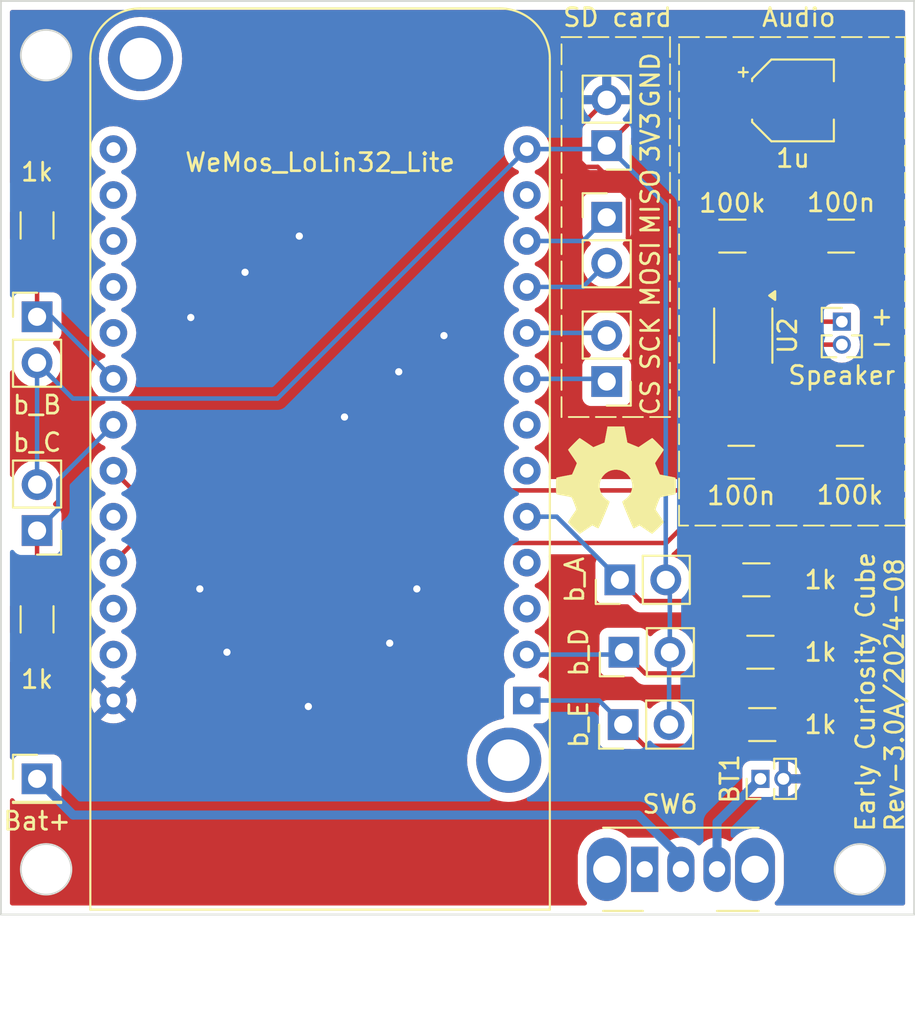
<source format=kicad_pcb>
(kicad_pcb (version 20240108) (generator "pcbnew") (generator_version "8.0")
  (title_block (comment 4 "AISLER Project ID: ZUUFTUKH"))
  (layers (0 "F.Cu" signal) (31 "B.Cu" signal) (34 "B.Paste" user) (35 "F.Paste" user) (36 "B.SilkS" user "B.Silkscreen") (37 "F.SilkS" user "F.Silkscreen") (38 "B.Mask" user) (39 "F.Mask" user) (44 "Edge.Cuts" user))
  (net 0 "")
  (net 1 "GND")
  (net 2 "Net-(BT1-+)")
  (net 3 "Net-(C1-Pad2)")
  (net 4 "Net-(U1-GPIO25)")
  (net 5 "Net-(C2-Pad2)")
  (net 6 "/3V3")
  (net 7 "/VCC")
  (net 8 "/SCK")
  (net 9 "/CS")
  (net 10 "/MOSI")
  (net 11 "/MISO")
  (net 12 "Net-(U2-OUT-)")
  (net 13 "Net-(U2-OUT+)")
  (net 14 "Net-(U1-GPIO04)")
  (net 15 "Net-(U1-GPIO13)")
  (net 16 "Net-(U1-GPIO15)")
  (net 17 "Net-(U1-GPIO33)")
  (net 18 "Net-(U1-GPIO32)")
  (net 19 "Net-(U2-IN+)")
  (net 20 "Net-(U2-IN-)")
  (net 34 "Net-(U1-GPIO27)")
  (footprint "Capacitor_SMD:CP_Elec_4x3.9" (layer "F.Cu") (at 156.8 88.5)
    (property "Reference" "C3" (hide yes))
    (property "Value" "1u" (at 0 3.2 0) (layer "F.SilkS"))
    (fp_line (start -3 -1.56) (end -2.5 -1.56) (stroke (width 0.12)) (layer "F.SilkS"))
    (fp_line (start -2.75 -1.81) (end -2.75 -1.31) (stroke (width 0.12)) (layer "F.SilkS"))
    (fp_line (start -2.26 -1.195563) (end -2.26 -1.06) (stroke (width 0.12)) (layer "F.SilkS"))
    (fp_line (start -2.26 -1.195563) (end -1.195563 -2.26) (stroke (width 0.12)) (layer "F.SilkS"))
    (fp_line (start -2.26 1.195563) (end -2.26 1.06) (stroke (width 0.12)) (layer "F.SilkS"))
    (fp_line (start -2.26 1.195563) (end -1.195563 2.26) (stroke (width 0.12)) (layer "F.SilkS"))
    (fp_line (start -1.195563 -2.26) (end 2.26 -2.26) (stroke (width 0.12)) (layer "F.SilkS"))
    (fp_line (start -1.195563 2.26) (end 2.26 2.26) (stroke (width 0.12)) (layer "F.SilkS"))
    (fp_line (start 2.26 -2.26) (end 2.26 -1.06) (stroke (width 0.12)) (layer "F.SilkS"))
    (fp_line (start 2.26 2.26) (end 2.26 1.06) (stroke (width 0.12)) (layer "F.SilkS"))
    (pad "1" smd roundrect (at -1.8 0) (size 2.6 1.6) (layers "F.Cu" "F.Paste" "F.Mask") (roundrect_rratio 0.15625) (net 6 "/3V3"))
    (pad "2" smd roundrect (at 1.8 0) (size 2.6 1.6) (layers "F.Cu" "F.Paste" "F.Mask") (roundrect_rratio 0.15625) (net 1 "GND"))
  )
  (footprint "Connector_PinHeader_2.54mm:PinHeader_1x02_P2.54mm_Vertical" (layer "F.Cu") (at 147.225 115 90)
    (property "Reference" "SW1" (hide yes))
    (property "Value" "b_A" (at 0 -2.5 90) (layer "F.SilkS"))
    (fp_line (start -1.33 -1.33) (end 0 -1.33) (stroke (width 0.12)) (layer "F.SilkS"))
    (fp_line (start -1.33 0) (end -1.33 -1.33) (stroke (width 0.12)) (layer "F.SilkS"))
    (fp_line (start 1.33 1.27) (end 1.33 3.87) (stroke (width 0.12)) (layer "F.SilkS"))
    (fp_line (start -1.33 1.27) (end 1.33 1.27) (stroke (width 0.12)) (layer "F.SilkS"))
    (fp_line (start -1.33 1.27) (end -1.33 3.87) (stroke (width 0.12)) (layer "F.SilkS"))
    (fp_line (start -1.33 3.87) (end 1.33 3.87) (stroke (width 0.12)) (layer "F.SilkS"))
    (pad "1" thru_hole rect (at 0 0 90) (size 1.7 1.7) (drill 1) (layers "*.Cu" "*.Mask") (net 14 "Net-(U1-GPIO04)"))
    (pad "2" thru_hole oval (at 0 2.54 90) (size 1.7 1.7) (drill 1) (layers "*.Cu" "*.Mask") (net 6 "/3V3"))
  )
  (footprint "Connector_PinHeader_2.54mm:PinHeader_1x02_P2.54mm_Vertical" (layer "F.Cu") (at 147.45 119 90)
    (property "Reference" "SW3" (hide yes))
    (property "Value" "b_D" (at 0 -2.5 90) (layer "F.SilkS"))
    (fp_line (start -1.33 -1.33) (end 0 -1.33) (stroke (width 0.12)) (layer "F.SilkS"))
    (fp_line (start -1.33 0) (end -1.33 -1.33) (stroke (width 0.12)) (layer "F.SilkS"))
    (fp_line (start 1.33 1.27) (end 1.33 3.87) (stroke (width 0.12)) (layer "F.SilkS"))
    (fp_line (start -1.33 1.27) (end 1.33 1.27) (stroke (width 0.12)) (layer "F.SilkS"))
    (fp_line (start -1.33 1.27) (end -1.33 3.87) (stroke (width 0.12)) (layer "F.SilkS"))
    (fp_line (start -1.33 3.87) (end 1.33 3.87) (stroke (width 0.12)) (layer "F.SilkS"))
    (pad "1" thru_hole rect (at 0 0 90) (size 1.7 1.7) (drill 1) (layers "*.Cu" "*.Mask") (net 16 "Net-(U1-GPIO15)"))
    (pad "2" thru_hole oval (at 0 2.54 90) (size 1.7 1.7) (drill 1) (layers "*.Cu" "*.Mask") (net 6 "/3V3"))
  )
  (footprint "LOLIN32 Lite:WEMOS_LoLin32_Lite" (layer "F.Cu") (at 142.08 121.67)
    (property "Reference" "U1" (hide yes))
    (property "Value" "WeMos_LoLin32_Lite" (at -11.43 -29.74 0) (layer "F.SilkS"))
    (fp_line (start -24.135 11.56) (end -24.135 -35.48) (stroke (width 0.12)) (layer "F.SilkS"))
    (fp_line (start -21.36 -38.255) (end -1.5 -38.255) (stroke (width 0.12)) (layer "F.SilkS"))
    (fp_line (start 1.275 -35.48) (end 1.275 11.56) (stroke (width 0.12)) (layer "F.SilkS"))
    (fp_line (start 1.275 11.56) (end -24.135 11.56) (stroke (width 0.12)) (layer "F.SilkS"))
    (fp_arc (start -24.135 -35.48) (mid -23.322221 -37.442221) (end -21.36 -38.255) (stroke (width 0.12)) (layer "F.SilkS"))
    (fp_arc (start -1.5 -38.255) (mid 0.462221 -37.442221) (end 1.275 -35.48) (stroke (width 0.12)) (layer "F.SilkS"))
    (pad "" np_thru_hole circle (at -21.36 -35.48) (size 3.6 3.6) (drill 2.3) (layers "F&B.Cu" "*.Mask"))
    (pad "" np_thru_hole circle (at -1 3.3) (size 3.6 3.6) (drill 2.3) (layers "F&B.Cu" "*.Mask"))
    (pad "1" thru_hole rect (at 0 0) (size 1.524 1.524) (drill 0.762) (layers "*.Cu" "*.Mask") (net 15 "Net-(U1-GPIO13)"))
    (pad "2" thru_hole circle (at 0 -2.54) (size 1.524 1.524) (drill 0.762) (layers "*.Cu" "*.Mask") (net 16 "Net-(U1-GPIO15)"))
    (pad "3" thru_hole circle (at 0 -5.08) (size 1.524 1.524) (drill 0.762) (layers "*.Cu" "*.Mask"))
    (pad "4" thru_hole circle (at 0 -7.62) (size 1.524 1.524) (drill 0.762) (layers "*.Cu" "*.Mask"))
    (pad "5" thru_hole circle (at 0 -10.16) (size 1.524 1.524) (drill 0.762) (layers "*.Cu" "*.Mask") (net 14 "Net-(U1-GPIO04)"))
    (pad "6" thru_hole circle (at 0 -12.7) (size 1.524 1.524) (drill 0.762) (layers "*.Cu" "*.Mask"))
    (pad "7" thru_hole circle (at 0 -15.24) (size 1.524 1.524) (drill 0.762) (layers "*.Cu" "*.Mask"))
    (pad "8" thru_hole circle (at 0 -17.78) (size 1.524 1.524) (drill 0.762) (layers "*.Cu" "*.Mask") (net 9 "/CS"))
    (pad "9" thru_hole circle (at 0 -20.32) (size 1.524 1.524) (drill 0.762) (layers "*.Cu" "*.Mask") (net 8 "/SCK"))
    (pad "10" thru_hole circle (at 0 -22.86) (size 1.524 1.524) (drill 0.762) (layers "*.Cu" "*.Mask") (net 10 "/MOSI"))
    (pad "11" thru_hole circle (at 0 -25.4) (size 1.524 1.524) (drill 0.762) (layers "*.Cu" "*.Mask") (net 11 "/MISO"))
    (pad "12" thru_hole circle (at 0 -27.94) (size 1.524 1.524) (drill 0.762) (layers "*.Cu" "*.Mask"))
    (pad "13" thru_hole circle (at 0 -30.48) (size 1.524 1.524) (drill 0.762) (layers "*.Cu" "*.Mask") (net 6 "/3V3"))
    (pad "14" thru_hole circle (at -22.86 -30.48) (size 1.524 1.524) (drill 0.762) (layers "*.Cu" "*.Mask"))
    (pad "15" thru_hole circle (at -22.86 -27.94) (size 1.524 1.524) (drill 0.762) (layers "*.Cu" "*.Mask"))
    (pad "16" thru_hole circle (at -22.86 -25.4) (size 1.524 1.524) (drill 0.762) (layers "*.Cu" "*.Mask"))
    (pad "17" thru_hole circle (at -22.86 -22.86) (size 1.524 1.524) (drill 0.762) (layers "*.Cu" "*.Mask"))
    (pad "18" thru_hole circle (at -22.86 -20.32) (size 1.524 1.524) (drill 0.762) (layers "*.Cu" "*.Mask"))
    (pad "19" thru_hole circle (at -22.86 -17.78) (size 1.524 1.524) (drill 0.762) (layers "*.Cu" "*.Mask") (net 18 "Net-(U1-GPIO32)"))
    (pad "20" thru_hole circle (at -22.86 -15.24) (size 1.524 1.524) (drill 0.762) (layers "*.Cu" "*.Mask") (net 17 "Net-(U1-GPIO33)"))
    (pad "21" thru_hole circle (at -22.86 -12.7) (size 1.524 1.524) (drill 0.762) (layers "*.Cu" "*.Mask") (net 4 "Net-(U1-GPIO25)"))
    (pad "22" thru_hole circle (at -22.86 -10.16) (size 1.524 1.524) (drill 0.762) (layers "*.Cu" "*.Mask"))
    (pad "23" thru_hole circle (at -22.86 -7.62) (size 1.524 1.524) (drill 0.762) (layers "*.Cu" "*.Mask") (net 34 "Net-(U1-GPIO27)"))
    (pad "24" thru_hole circle (at -22.86 -5.08) (size 1.524 1.524) (drill 0.762) (layers "*.Cu" "*.Mask"))
    (pad "25" thru_hole circle (at -22.86 -2.54) (size 1.524 1.524) (drill 0.762) (layers "*.Cu" "*.Mask"))
    (pad "26" thru_hole circle (at -22.86 0) (size 1.524 1.524) (drill 0.762) (layers "*.Cu" "*.Mask") (net 1 "GND"))
  )
  (footprint "Resistor_SMD:R_1206_3216Metric_Pad1.30x1.75mm_HandSolder" (layer "F.Cu") (at 155 119 180)
    (property "Reference" "R3" (hide yes))
    (property "Value" "1k" (at -3.325 0 0) (layer "F.SilkS"))
    (fp_line (start -0.727064 0.91) (end 0.727064 0.91) (stroke (width 0.12)) (layer "F.SilkS"))
    (fp_line (start -0.727064 -0.91) (end 0.727064 -0.91) (stroke (width 0.12)) (layer "F.SilkS"))
    (pad "1" smd roundrect (at -1.55 0 180) (size 1.3 1.75) (layers "F.Cu" "F.Paste" "F.Mask") (roundrect_rratio 0.192308) (net 1 "GND"))
    (pad "2" smd roundrect (at 1.55 0 180) (size 1.3 1.75) (layers "F.Cu" "F.Paste" "F.Mask") (roundrect_rratio 0.192308) (net 16 "Net-(U1-GPIO15)"))
  )
  (footprint "Resistor_SMD:R_1206_3216Metric_Pad1.30x1.75mm_HandSolder" (layer "F.Cu") (at 115 95.41 -90)
    (property "Reference" "R5" (hide yes))
    (property "Value" "1k" (at -2.95 0 180) (layer "F.SilkS"))
    (fp_line (start -0.727064 0.91) (end 0.727064 0.91) (stroke (width 0.12)) (layer "F.SilkS"))
    (fp_line (start -0.727064 -0.91) (end 0.727064 -0.91) (stroke (width 0.12)) (layer "F.SilkS"))
    (pad "1" smd roundrect (at -1.55 0 270) (size 1.3 1.75) (layers "F.Cu" "F.Paste" "F.Mask") (roundrect_rratio 0.192308) (net 1 "GND"))
    (pad "2" smd roundrect (at 1.55 0 270) (size 1.3 1.75) (layers "F.Cu" "F.Paste" "F.Mask") (roundrect_rratio 0.192308) (net 18 "Net-(U1-GPIO32)"))
  )
  (footprint "Connector_PinHeader_2.54mm:PinHeader_1x02_P2.54mm_Vertical" (layer "F.Cu") (at 115 112.275 180)
    (property "Reference" "SW4" (hide yes))
    (property "Value" "b_C" (at 0 4.87 0) (layer "F.SilkS"))
    (fp_line (start 1.33 1.27) (end 1.33 3.87) (stroke (width 0.12)) (layer "F.SilkS"))
    (fp_line (start -1.33 3.87) (end 1.33 3.87) (stroke (width 0.12)) (layer "F.SilkS"))
    (fp_line (start -1.33 1.27) (end 1.33 1.27) (stroke (width 0.12)) (layer "F.SilkS"))
    (fp_line (start -1.33 1.27) (end -1.33 3.87) (stroke (width 0.12)) (layer "F.SilkS"))
    (fp_line (start -1.33 0) (end -1.33 -1.33) (stroke (width 0.12)) (layer "F.SilkS"))
    (fp_line (start -1.33 -1.33) (end 0 -1.33) (stroke (width 0.12)) (layer "F.SilkS"))
    (pad "1" thru_hole rect (at 0 0 180) (size 1.7 1.7) (drill 1) (layers "*.Cu" "*.Mask") (net 17 "Net-(U1-GPIO33)"))
    (pad "2" thru_hole oval (at 0 2.54 180) (size 1.7 1.7) (drill 1) (layers "*.Cu" "*.Mask") (net 6 "/3V3"))
  )
  (footprint "Symbol:OSHW-Symbol_6.7x6mm_SilkScreen" (layer "F.Cu") (at 147 109.5)
    (property "Reference" "REF**" (hide yes))
    (property "Value" "OSHW-Symbol_6.7x6mm_SilkScreen" (hide yes))
    (fp_poly (pts (xy 0.555814 -2.531069) (xy 0.639635 -2.086445) (xy 0.94892 -1.958947) (xy 1.258206 -1.831449) (xy 1.629246 -2.083754) (xy 1.733157 -2.154004) (xy 1.827087 -2.216728) (xy 1.906652 -2.269062) (xy 1.96747 -2.308143) (xy 2.005157 -2.331107) (xy 2.015421 -2.336058) (xy 2.03391 -2.323324) (xy 2.07342 -2.288118) (xy 2.129522 -2.234938) (xy 2.197787 -2.168282) (xy 2.273786 -2.092646) (xy 2.353092 -2.012528) (xy 2.431275 -1.932426) (xy 2.503907 -1.856836) (xy 2.566559 -1.790255) (xy 2.614803 -1.737182) (xy 2.64421 -1.702113) (xy 2.651241 -1.690377) (xy 2.641123 -1.66874) (xy 2.612759 -1.621338) (xy 2.569129 -1.552807) (xy 2.513218 -1.467785) (xy 2.448006 -1.370907) (xy 2.410219 -1.31565) (xy 2.341343 -1.214752) (xy 2.28014 -1.123701) (xy 2.229578 -1.04703) (xy 2.192628 -0.989272) (xy 2.172258 -0.954957) (xy 2.169197 -0.947746) (xy 2.176136 -0.927252) (xy 2.195051 -0.879487) (xy 2.223087 -0.811168) (xy 2.257391 -0.729011) (xy 2.295109 -0.63973) (xy 2.333387 -0.550042) (xy 2.36937 -0.466662) (xy 2.400206 -0.396306) (xy 2.423039 -0.34569) (xy 2.435017 -0.321529) (xy 2.435724 -0.320578) (xy 2.454531 -0.315964) (xy 2.504618 -0.305672) (xy 2.580793 -0.290713) (xy 2.677865 -0.272099) (xy 2.790643 -0.250841) (xy 2.856442 -0.238582) (xy 2.97695 -0.215638) (xy 3.085797 -0.193805) (xy 3.177476 -0.174278) (xy 3.246481 -0.158252) (xy 3.287304 -0.146921) (xy 3.295511 -0.143326) (xy 3.303548 -0.118994) (xy 3.310033 -0.064041) (xy 3.31497 0.015108) (xy 3.318364 0.112026) (xy 3.320218 0.220287) (xy 3.320538 0.333465) (xy 3.319327 0.445135) (xy 3.31659 0.548868) (xy 3.312331 0.638241) (xy 3.306555 0.706826) (xy 3.299267 0.748197) (xy 3.294895 0.75681) (xy 3.268764 0.767133) (xy 3.213393 0.781892) (xy 3.136107 0.799352) (xy 3.04423 0.81778) (xy 3.012158 0.823741) (xy 2.857524 0.852066) (xy 2.735375 0.874876) (xy 2.641673 0.89308) (xy 2.572384 0.907583) (xy 2.523471 0.919292) (xy 2.490897 0.929115) (xy 2.470628 0.937956) (xy 2.458626 0.946724) (xy 2.456947 0.948457) (xy 2.440184 0.976371) (xy 2.414614 1.030695) (xy 2.382788 1.104777) (xy 2.34726 1.191965) (xy 2.310583 1.285608) (xy 2.275311 1.379052) (xy 2.243996 1.465647) (xy 2.219193 1.53874) (xy 2.203454 1.591678) (xy 2.199332 1.617811) (xy 2.199676 1.618726) (xy 2.213641 1.640086) (xy 2.245322 1.687084) (xy 2.291391 1.754827) (xy 2.348518 1.838423) (xy 2.413373 1.932982) (xy 2.431843 1.959854) (xy 2.497699 2.057275) (xy 2.55565 2.146163) (xy 2.602538 2.221412) (xy 2.635207 2.27792) (xy 2.6505 2.310581) (xy 2.651241 2.314593) (xy 2.638392 2.335684) (xy 2.602888 2.377464) (xy 2.549293 2.435445) (xy 2.482171 2.505135) (xy 2.406087 2.582045) (xy 2.325604 2.661683) (xy 2.245287 2.739561) (xy 2.169699 2.811186) (xy 2.103405 2.87207) (xy 2.050969 2.917721) (xy 2.016955 2.94365) (xy 2.007545 2.947883) (xy 1.985643 2.937912) (xy 1.9408 2.91102) (xy 1.880321 2.871736) (xy 1.833789 2.840117) (xy 1.749475 2.782098) (xy 1.649626 2.713784) (xy 1.549473 2.645579) (xy 1.495627 2.609075) (xy 1.313371 2.4858) (xy 1.160381 2.56852) (xy 1.090682 2.604759) (xy 1.031414 2.632926) (xy 0.991311 2.648991) (xy 0.981103 2.651226) (xy 0.968829 2.634722) (xy 0.944613 2.588082) (xy 0.910263 2.515609) (xy 0.867588 2.421606) (xy 0.818394 2.310374) (xy 0.76449 2.186215) (xy 0.707684 2.053432) (xy 0.649782 1.916327) (xy 0.592593 1.779202) (xy 0.537924 1.646358) (xy 0.487584 1.522098) (xy 0.44338 1.410725) (xy 0.407119 1.316539) (xy 0.380609 1.243844) (xy 0.365658 1.196941) (xy 0.363254 1.180833) (xy 0.382311 1.160286) (xy 0.424036 1.126933) (xy 0.479706 1.087702) (xy 0.484378 1.084599) (xy 0.628264 0.969423) (xy 0.744283 0.835053) (xy 0.83143 0.685784) (xy 0.888699 0.525913) (xy 0.915086 0.359737) (xy 0.909585 0.191552) (xy 0.87119 0.025655) (xy 0.798895 -0.133658) (xy 0.777626 -0.168513) (xy 0.666996 -0.309263) (xy 0.536302 -0.422286) (xy 0.390064 -0.506997) (xy 0.232808 -0.562806) (xy 0.069057 -0.589126) (xy -0.096667 -0.58537) (xy -0.259838 -0.55095) (xy -0.415935 -0.485277) (xy -0.560433 -0.387765) (xy -0.605131 -0.348187) (xy -0.718888 -0.224297) (xy -0.801782 -0.093876) (xy -0.858644 0.052315) (xy -0.890313 0.197088) (xy -0.898131 0.35986) (xy -0.872062 0.52344) (xy -0.814755 0.682298) (xy -0.728856 0.830906) (xy -0.617014 0.963735) (xy -0.481877 1.075256) (xy -0.464117 1.087011) (xy -0.40785 1.125508) (xy -0.365077 1.158863) (xy -0.344628 1.18016) (xy -0.344331 1.180833) (xy -0.348721 1.203871) (xy -0.366124 1.256157) (xy -0.394732 1.33339) (xy -0.432735 1.431268) (xy -0.478326 1.545491) (xy -0.529697 1.671758) (xy -0.585038 1.805767) (xy -0.642542 1.943218) (xy -0.700399 2.079808) (xy -0.756802 2.211237) (xy -0.809942 2.333205) (xy -0.85801 2.441409) (xy -0.899199 2.531549) (xy -0.931699 2.599323) (xy -0.953703 2.64043) (xy -0.962564 2.651226) (xy -0.98964 2.642819) (xy -1.040303 2.620272) (xy -1.105817 2.587613) (xy -1.141841 2.56852) (xy -1.294832 2.4858) (xy -1.477088 2.609075) (xy -1.570125 2.672228) (xy -1.671985 2.741727) (xy -1.767438 2.807165) (xy -1.81525 2.840117) (xy -1.882495 2.885273) (xy -1.939436 2.921057) (xy -1.978646 2.942938) (xy -1.991381 2.947563) (xy -2.009917 2.935085) (xy -2.050941 2.900252) (xy -2.110475 2.846678) (xy -2.184542 2.777983) (xy -2.269165 2.697781) (xy -2.322685 2.646286) (xy -2.416319 2.554286) (xy -2.497241 2.471999) (xy -2.562177 2.402945) (xy -2.607858 2.350644) (xy -2.631011 2.318616) (xy -2.633232 2.312116) (xy -2.622924 2.287394) (xy -2.594439 2.237405) (xy -2.550937 2.167212) (xy -2.495577 2.081875) (xy -2.43152 1.986456) (xy -2.413303 1.959854) (xy -2.346927 1.863167) (xy -2.287378 1.776117) (xy -2.237984 1.703595) (xy -2.202075 1.650493) (xy -2.182981 1.621703) (xy -2.181136 1.618726) (xy -2.183895 1.595782) (xy -2.198538 1.545336) (xy -2.222513 1.474041) (xy -2.253266 1.388547) (xy -2.288244 1.295507) (xy -2.324893 1.201574) (xy -2.360661 1.113399) (xy -2.392994 1.037634) (xy -2.419338 0.980931) (xy -2.437142 0.949943) (xy -2.438407 0.948457) (xy -2.449294 0.939601) (xy -2.467682 0.930843) (xy -2.497606 0.921277) (xy -2.543103 0.909996) (xy -2.608209 0.896093) (xy -2.696961 0.878663) (xy -2.813393 0.856798) (xy -2.961542 0.829591) (xy -2.993618 0.823741) (xy -3.088686 0.805374) (xy -3.171565 0.787405) (xy -3.23493 0.771569) (xy -3.271458 0.7596) (xy -3.276356 0.75681) (xy -3.284427 0.732072) (xy -3.290987 0.67679) (xy -3.296033 0.597389) (xy -3.299559 0.500296) (xy -3.301561 0.391938) (xy -3.302036 0.27874) (xy -3.300977 0.167128) (xy -3.298382 0.063529) (xy -3.294246 -0.025632) (xy -3.288563 -0.093928) (xy -3.281331 -0.134934) (xy -3.276971 -0.143326) (xy -3.252698 -0.151792) (xy -3.197426 -0.165565) (xy -3.116662 -0.18345) (xy -3.015912 -0.204252) (xy -2.900683 -0.226777) (xy -2.837902 -0.238582) (xy -2.718787 -0.260849) (xy -2.612565 -0.281021) (xy -2.524427 -0.298085) (xy -2.459566 -0.311031) (xy -2.423174 -0.318845) (xy -2.417184 -0.320578) (xy -2.407061 -0.34011) (xy -2.385662 -0.387157) (xy -2.355839 -0.454997) (xy -2.320445 -0.536909) (xy -2.282332 -0.626172) (xy -2.244353 -0.716065) (xy -2.20936 -0.799865) (xy -2.180206 -0.870853) (xy -2.159743 -0.922306) (xy -2.150823 -0.947503) (xy -2.150657 -0.948604) (xy -2.160769 -0.968481) (xy -2.189117 -1.014223) (xy -2.232723 -1.081283) (xy -2.288606 -1.165116) (xy -2.353787 -1.261174) (xy -2.391679 -1.31635) (xy -2.460725 -1.417519) (xy -2.52205 -1.50937) (xy -2.572663 -1.587256) (xy -2.609571 -1.646531) (xy -2.629782 -1.682549) (xy -2.632701 -1.690623) (xy -2.620153 -1.709416) (xy -2.585463 -1.749543) (xy -2.533063 -1.806507) (xy -2.467384 -1.875815) (xy -2.392856 -1.952969) (xy -2.313913 -2.033475) (xy -2.234983 -2.112837) (xy -2.1605 -2.18656) (xy -2.094894 -2.250148) (xy -2.042596 -2.299106) (xy -2.008039 -2.328939) (xy -1.996478 -2.336058) (xy -1.977654 -2.326047) (xy -1.932631 -2.297922) (xy -1.865787 -2.254546) (xy -1.781499 -2.198782) (xy -1.684144 -2.133494) (xy -1.610707 -2.083754) (xy -1.239667 -1.831449) (xy -0.621095 -2.086445) (xy -0.537275 -2.531069) (xy -0.453454 -2.975693) (xy 0.471994 -2.975693) (xy 0.555814 -2.531069)) (stroke (width 0.01)) (fill solid) (layer "F.SilkS"))
  )
  (footprint "Resistor_SMD:R_1206_3216Metric_Pad1.30x1.75mm_HandSolder" (layer "F.Cu") (at 153.45 96 180)
    (property "Reference" "R7" (hide yes))
    (property "Value" "100k" (at 0 1.82 0) (layer "F.SilkS"))
    (fp_line (start -0.727064 0.91) (end 0.727064 0.91) (stroke (width 0.12)) (layer "F.SilkS"))
    (fp_line (start -0.727064 -0.91) (end 0.727064 -0.91) (stroke (width 0.12)) (layer "F.SilkS"))
    (pad "1" smd roundrect (at -1.55 0 180) (size 1.3 1.75) (layers "F.Cu" "F.Paste" "F.Mask") (roundrect_rratio 0.192308) (net 5 "Net-(C2-Pad2)"))
    (pad "2" smd roundrect (at 1.55 0 180) (size 1.3 1.75) (layers "F.Cu" "F.Paste" "F.Mask") (roundrect_rratio 0.192308) (net 20 "Net-(U2-IN-)"))
  )
  (footprint "Resistor_SMD:R_1206_3216Metric_Pad1.30x1.75mm_HandSolder" (layer "F.Cu") (at 154.775 115 180)
    (property "Reference" "R1" (hide yes))
    (property "Value" "1k" (at -3.55 0 0) (layer "F.SilkS"))
    (fp_line (start -0.727064 0.91) (end 0.727064 0.91) (stroke (width 0.12)) (layer "F.SilkS"))
    (fp_line (start -0.727064 -0.91) (end 0.727064 -0.91) (stroke (width 0.12)) (layer "F.SilkS"))
    (pad "1" smd roundrect (at -1.55 0 180) (size 1.3 1.75) (layers "F.Cu" "F.Paste" "F.Mask") (roundrect_rratio 0.192308) (net 1 "GND"))
    (pad "2" smd roundrect (at 1.55 0 180) (size 1.3 1.75) (layers "F.Cu" "F.Paste" "F.Mask") (roundrect_rratio 0.192308) (net 14 "Net-(U1-GPIO04)"))
  )
  (footprint "Resistor_SMD:R_1206_3216Metric_Pad1.30x1.75mm_HandSolder" (layer "F.Cu") (at 159.95 108.5)
    (property "Reference" "R6" (hide yes))
    (property "Value" "100k" (at 0 1.82 0) (layer "F.SilkS"))
    (fp_line (start -0.727064 -0.91) (end 0.727064 -0.91) (stroke (width 0.12)) (layer "F.SilkS"))
    (fp_line (start -0.727064 0.91) (end 0.727064 0.91) (stroke (width 0.12)) (layer "F.SilkS"))
    (pad "1" smd roundrect (at -1.55 0) (size 1.3 1.75) (layers "F.Cu" "F.Paste" "F.Mask") (roundrect_rratio 0.192308) (net 3 "Net-(C1-Pad2)"))
    (pad "2" smd roundrect (at 1.55 0) (size 1.3 1.75) (layers "F.Cu" "F.Paste" "F.Mask") (roundrect_rratio 0.192308) (net 19 "Net-(U2-IN+)"))
  )
  (footprint "Connector_PinHeader_2.54mm:PinHeader_1x02_P2.54mm_Vertical" (layer "F.Cu") (at 115 100.46)
    (property "Reference" "SW5" (hide yes))
    (property "Value" "b_B" (at 0 4.87 0) (layer "F.SilkS"))
    (fp_line (start -1.33 -1.33) (end 0 -1.33) (stroke (width 0.12)) (layer "F.SilkS"))
    (fp_line (start -1.33 0) (end -1.33 -1.33) (stroke (width 0.12)) (layer "F.SilkS"))
    (fp_line (start -1.33 1.27) (end -1.33 3.87) (stroke (width 0.12)) (layer "F.SilkS"))
    (fp_line (start -1.33 1.27) (end 1.33 1.27) (stroke (width 0.12)) (layer "F.SilkS"))
    (fp_line (start -1.33 3.87) (end 1.33 3.87) (stroke (width 0.12)) (layer "F.SilkS"))
    (fp_line (start 1.33 1.27) (end 1.33 3.87) (stroke (width 0.12)) (layer "F.SilkS"))
    (pad "1" thru_hole rect (at 0 0) (size 1.7 1.7) (drill 1) (layers "*.Cu" "*.Mask") (net 18 "Net-(U1-GPIO32)"))
    (pad "2" thru_hole oval (at 0 2.54) (size 1.7 1.7) (drill 1) (layers "*.Cu" "*.Mask") (net 6 "/3V3"))
  )
  (footprint "Connector_PinHeader_2.54mm:PinHeader_1x01_P2.54mm_Vertical" (layer "F.Cu") (at 115 126)
    (property "Reference" "J1" (hide yes))
    (property "Value" "Bat+" (at 0 2.33 0) (layer "F.SilkS"))
    (fp_line (start -1.33 -1.33) (end 0 -1.33) (stroke (width 0.12)) (layer "F.SilkS"))
    (fp_line (start -1.33 0) (end -1.33 -1.33) (stroke (width 0.12)) (layer "F.SilkS"))
    (fp_line (start -1.33 1.27) (end -1.33 1.33) (stroke (width 0.12)) (layer "F.SilkS"))
    (fp_line (start -1.33 1.27) (end 1.33 1.27) (stroke (width 0.12)) (layer "F.SilkS"))
    (fp_line (start -1.33 1.33) (end 1.33 1.33) (stroke (width 0.12)) (layer "F.SilkS"))
    (fp_line (start 1.33 1.27) (end 1.33 1.33) (stroke (width 0.12)) (layer "F.SilkS"))
    (pad "1" thru_hole rect (at 0 0) (size 1.7 1.7) (drill 1) (layers "*.Cu" "*.Mask") (net 7 "/VCC"))
  )
  (footprint "Package_SO:MSOP-8_3x3mm_P0.65mm" (layer "F.Cu") (at 154.05 101.5 -90)
    (property "Reference" "U2" (at 0 -2.45 90) (layer "F.SilkS"))
    (property "Value" "~")
    (fp_line (start 0 1.61) (end -1.5 1.61) (stroke (width 0.12)) (layer "F.SilkS"))
    (fp_line (start 0 1.61) (end 1.5 1.61) (stroke (width 0.12)) (layer "F.SilkS"))
    (fp_line (start 0 -1.61) (end -1.5 -1.61) (stroke (width 0.12)) (layer "F.SilkS"))
    (fp_line (start 0 -1.61) (end 1.5 -1.61) (stroke (width 0.12)) (layer "F.SilkS"))
    (fp_poly (pts (xy -2.2125 -1.435) (xy -2.4525 -1.765) (xy -1.9725 -1.765) (xy -2.2125 -1.435)) (stroke (width 0.12)) (fill solid) (layer "F.SilkS"))
    (pad "1" smd roundrect (at -2.1125 -0.975 270) (size 1.625 0.4) (layers "F.Cu" "F.Paste" "F.Mask") (net 13 "Net-(U2-OUT+)"))
    (pad "2" smd roundrect (at -2.1125 -0.325 270) (size 1.625 0.4) (layers "F.Cu" "F.Paste" "F.Mask") (net 6 "/3V3"))
    (pad "3" smd roundrect (at -2.1125 0.325 270) (size 1.625 0.4) (layers "F.Cu" "F.Paste" "F.Mask") (net 6 "/3V3"))
    (pad "4" smd roundrect (at -2.1125 0.975 270) (size 1.625 0.4) (layers "F.Cu" "F.Paste" "F.Mask") (net 20 "Net-(U2-IN-)"))
    (pad "5" smd roundrect (at 2.1125 0.975 270) (size 1.625 0.4) (layers "F.Cu" "F.Paste" "F.Mask") (net 19 "Net-(U2-IN+)"))
    (pad "6" smd roundrect (at 2.1125 0.325 270) (size 1.625 0.4) (layers "F.Cu" "F.Paste" "F.Mask") (net 34 "Net-(U1-GPIO27)"))
    (pad "7" smd roundrect (at 2.1125 -0.325 270) (size 1.625 0.4) (layers "F.Cu" "F.Paste" "F.Mask") (net 1 "GND"))
    (pad "8" smd roundrect (at 2.1125 -0.975 270) (size 1.625 0.4) (layers "F.Cu" "F.Paste" "F.Mask") (net 12 "Net-(U2-OUT-)"))
  )
  (footprint "Connector_PinHeader_2.54mm:PinHeader_1x02_P2.54mm_Vertical" (layer "F.Cu") (at 146.5 104.04 180)
    (property "Reference" "J2" (hide yes))
    (property "Value" "Conn_01x02_Pin")
    (fp_line (start 1.33 1.27) (end 1.33 3.87) (stroke (width 0.12)) (layer "F.SilkS"))
    (fp_line (start -1.33 3.87) (end 1.33 3.87) (stroke (width 0.12)) (layer "F.SilkS"))
    (fp_line (start -1.33 1.27) (end 1.33 1.27) (stroke (width 0.12)) (layer "F.SilkS"))
    (fp_line (start -1.33 1.27) (end -1.33 3.87) (stroke (width 0.12)) (layer "F.SilkS"))
    (fp_line (start -1.33 0) (end -1.33 -1.33) (stroke (width 0.12)) (layer "F.SilkS"))
    (fp_line (start -1.33 -1.33) (end 0 -1.33) (stroke (width 0.12)) (layer "F.SilkS"))
    (pad "1" thru_hole rect (at 0 0 180) (size 1.7 1.7) (drill 1) (layers "*.Cu" "*.Mask") (net 9 "/CS"))
    (pad "2" thru_hole oval (at 0 2.54 180) (size 1.7 1.7) (drill 1) (layers "*.Cu" "*.Mask") (net 8 "/SCK"))
  )
  (footprint "Resistor_SMD:R_1206_3216Metric_Pad1.30x1.75mm_HandSolder" (layer "F.Cu") (at 155.1 123 180)
    (property "Reference" "R2" (hide yes))
    (property "Value" "1k" (at -3.225 0 0) (layer "F.SilkS"))
    (fp_line (start -0.727064 0.91) (end 0.727064 0.91) (stroke (width 0.12)) (layer "F.SilkS"))
    (fp_line (start -0.727064 -0.91) (end 0.727064 -0.91) (stroke (width 0.12)) (layer "F.SilkS"))
    (pad "1" smd roundrect (at -1.55 0 180) (size 1.3 1.75) (layers "F.Cu" "F.Paste" "F.Mask") (roundrect_rratio 0.192308) (net 1 "GND"))
    (pad "2" smd roundrect (at 1.55 0 180) (size 1.3 1.75) (layers "F.Cu" "F.Paste" "F.Mask") (roundrect_rratio 0.192308) (net 15 "Net-(U1-GPIO13)"))
  )
  (footprint "Button_Switch_THT:SW_Slide_SPDT_Angled_CK_OS102011MA1Q" (layer "F.Cu") (at 148.6 131)
    (property "Reference" "SW6" (at 1.4 -3.6 0) (layer "F.SilkS"))
    (property "Value" "SW_SPDT")
    (fp_line (start -2.3 -2.3) (end 6.3 -2.3) (stroke (width 0.12)) (layer "F.SilkS"))
    (fp_line (start -2.3 2.3) (end -0.1 2.3) (stroke (width 0.12)) (layer "F.SilkS"))
    (fp_line (start 4 2.3) (end 6.3 2.3) (stroke (width 0.12)) (layer "F.SilkS"))
    (pad "" thru_hole oval (at -2.1 0) (size 2.2 3.5) (drill 1.5) (layers "*.Cu" "*.Mask"))
    (pad "" thru_hole oval (at 6.1 0) (size 2.2 3.5) (drill 1.5) (layers "*.Cu" "*.Mask"))
    (pad "1" thru_hole rect (at 0 0) (size 1.5 2.5) (drill 0.9) (layers "*.Cu" "*.Mask"))
    (pad "2" thru_hole oval (at 2 0) (size 1.5 2.5) (drill 0.9) (layers "*.Cu" "*.Mask") (net 7 "/VCC"))
    (pad "3" thru_hole oval (at 4 0) (size 1.5 2.5) (drill 0.9) (layers "*.Cu" "*.Mask") (net 2 "Net-(BT1-+)"))
  )
  (footprint "Connector_PinHeader_2.54mm:PinHeader_1x02_P2.54mm_Vertical" (layer "F.Cu") (at 146.5 91 180)
    (property "Reference" "J4" (hide yes))
    (property "Value" "Conn_01x02_Pin")
    (fp_line (start 1.33 1.27) (end 1.33 3.87) (stroke (width 0.12)) (layer "F.SilkS"))
    (fp_line (start -1.33 3.87) (end 1.33 3.87) (stroke (width 0.12)) (layer "F.SilkS"))
    (fp_line (start -1.33 1.27) (end 1.33 1.27) (stroke (width 0.12)) (layer "F.SilkS"))
    (fp_line (start -1.33 1.27) (end -1.33 3.87) (stroke (width 0.12)) (layer "F.SilkS"))
    (fp_line (start -1.33 0) (end -1.33 -1.33) (stroke (width 0.12)) (layer "F.SilkS"))
    (fp_line (start -1.33 -1.33) (end 0 -1.33) (stroke (width 0.12)) (layer "F.SilkS"))
    (pad "1" thru_hole rect (at 0 0 180) (size 1.7 1.7) (drill 1) (layers "*.Cu" "*.Mask") (net 6 "/3V3"))
    (pad "2" thru_hole oval (at 0 2.54 180) (size 1.7 1.7) (drill 1) (layers "*.Cu" "*.Mask") (net 1 "GND"))
  )
  (footprint "Capacitor_SMD:C_1206_3216Metric_Pad1.33x1.80mm_HandSolder" (layer "F.Cu") (at 153.9375 108.5)
    (property "Reference" "C1" (hide yes))
    (property "Value" "100n" (at 0 1.85 0) (layer "F.SilkS"))
    (fp_line (start -0.711252 -0.91) (end 0.711252 -0.91) (stroke (width 0.12)) (layer "F.SilkS"))
    (fp_line (start -0.711252 0.91) (end 0.711252 0.91) (stroke (width 0.12)) (layer "F.SilkS"))
    (pad "1" smd roundrect (at -1.5625 0) (size 1.325 1.8) (layers "F.Cu" "F.Paste" "F.Mask") (roundrect_rratio 0.188679) (net 4 "Net-(U1-GPIO25)"))
    (pad "2" smd roundrect (at 1.5625 0) (size 1.325 1.8) (layers "F.Cu" "F.Paste" "F.Mask") (roundrect_rratio 0.188679) (net 3 "Net-(C1-Pad2)"))
  )
  (footprint "Connector_PinHeader_1.27mm:PinHeader_1x02_P1.27mm_Vertical" (layer "F.Cu") (at 159.5 100.73)
    (property "Reference" "LS1" (hide yes))
    (property "Value" "Speaker" (at 0 2.965 0) (layer "F.SilkS"))
    (fp_line (start -1.11 -0.76) (end 0 -0.76) (stroke (width 0.12)) (layer "F.SilkS"))
    (fp_line (start -1.11 0) (end -1.11 -0.76) (stroke (width 0.12)) (layer "F.SilkS"))
    (fp_line (start -1.11 0.76) (end -1.11 1.965) (stroke (width 0.12)) (layer "F.SilkS"))
    (fp_line (start -1.11 0.76) (end -0.563471 0.76) (stroke (width 0.12)) (layer "F.SilkS"))
    (fp_line (start -1.11 1.965) (end -0.30753 1.965) (stroke (width 0.12)) (layer "F.SilkS"))
    (fp_line (start 0.30753 1.965) (end 1.11 1.965) (stroke (width 0.12)) (layer "F.SilkS"))
    (fp_line (start 0.563471 0.76) (end 1.11 0.76) (stroke (width 0.12)) (layer "F.SilkS"))
    (fp_line (start 1.11 0.76) (end 1.11 1.965) (stroke (width 0.12)) (layer "F.SilkS"))
    (pad "1" thru_hole rect (at 0 0) (size 1 1) (drill 0.65) (layers "*.Cu" "*.Mask") (net 13 "Net-(U2-OUT+)"))
    (pad "2" thru_hole oval (at 0 1.27) (size 1 1) (drill 0.65) (layers "*.Cu" "*.Mask") (net 12 "Net-(U2-OUT-)"))
  )
  (footprint "Connector_PinHeader_2.54mm:PinHeader_1x02_P2.54mm_Vertical" (layer "F.Cu") (at 147.41 123 90)
    (property "Reference" "SW2" (hide yes))
    (property "Value" "b_E" (at 0 -2.46 90) (layer "F.SilkS"))
    (fp_line (start -1.33 -1.33) (end 0 -1.33) (stroke (width 0.12)) (layer "F.SilkS"))
    (fp_line (start -1.33 0) (end -1.33 -1.33) (stroke (width 0.12)) (layer "F.SilkS"))
    (fp_line (start 1.33 1.27) (end 1.33 3.87) (stroke (width 0.12)) (layer "F.SilkS"))
    (fp_line (start -1.33 1.27) (end 1.33 1.27) (stroke (width 0.12)) (layer "F.SilkS"))
    (fp_line (start -1.33 1.27) (end -1.33 3.87) (stroke (width 0.12)) (layer "F.SilkS"))
    (fp_line (start -1.33 3.87) (end 1.33 3.87) (stroke (width 0.12)) (layer "F.SilkS"))
    (pad "1" thru_hole rect (at 0 0 90) (size 1.7 1.7) (drill 1) (layers "*.Cu" "*.Mask") (net 15 "Net-(U1-GPIO13)"))
    (pad "2" thru_hole oval (at 0 2.54 90) (size 1.7 1.7) (drill 1) (layers "*.Cu" "*.Mask") (net 6 "/3V3"))
  )
  (footprint "Connector_PinHeader_1.27mm:PinHeader_1x02_P1.27mm_Vertical" (layer "F.Cu") (at 155 126 90)
    (property "Reference" "BT1" (at 0 -1.695 90) (layer "F.SilkS"))
    (property "Value" "Battery_Cell")
    (fp_line (start -1.11 -0.76) (end 0 -0.76) (stroke (width 0.12)) (layer "F.SilkS"))
    (fp_line (start -1.11 0) (end -1.11 -0.76) (stroke (width 0.12)) (layer "F.SilkS"))
    (fp_line (start 1.11 0.76) (end 1.11 1.965) (stroke (width 0.12)) (layer "F.SilkS"))
    (fp_line (start 0.563471 0.76) (end 1.11 0.76) (stroke (width 0.12)) (layer "F.SilkS"))
    (fp_line (start -1.11 0.76) (end -0.563471 0.76) (stroke (width 0.12)) (layer "F.SilkS"))
    (fp_line (start -1.11 0.76) (end -1.11 1.965) (stroke (width 0.12)) (layer "F.SilkS"))
    (fp_line (start 0.30753 1.965) (end 1.11 1.965) (stroke (width 0.12)) (layer "F.SilkS"))
    (fp_line (start -1.11 1.965) (end -0.30753 1.965) (stroke (width 0.12)) (layer "F.SilkS"))
    (pad "1" thru_hole rect (at 0 0 90) (size 1 1) (drill 0.65) (layers "*.Cu" "*.Mask") (net 2 "Net-(BT1-+)"))
    (pad "2" thru_hole oval (at 0 1.27 90) (size 1 1) (drill 0.65) (layers "*.Cu" "*.Mask") (net 1 "GND"))
  )
  (footprint "Resistor_SMD:R_1206_3216Metric_Pad1.30x1.75mm_HandSolder" (layer "F.Cu") (at 115 117.185 90)
    (property "Reference" "R4" (hide yes))
    (property "Value" "1k" (at -3.315 0 180) (layer "F.SilkS"))
    (fp_line (start -0.727064 -0.91) (end 0.727064 -0.91) (stroke (width 0.12)) (layer "F.SilkS"))
    (fp_line (start -0.727064 0.91) (end 0.727064 0.91) (stroke (width 0.12)) (layer "F.SilkS"))
    (pad "1" smd roundrect (at -1.55 0 90) (size 1.3 1.75) (layers "F.Cu" "F.Paste" "F.Mask") (roundrect_rratio 0.192308) (net 1 "GND"))
    (pad "2" smd roundrect (at 1.55 0 90) (size 1.3 1.75) (layers "F.Cu" "F.Paste" "F.Mask") (roundrect_rratio 0.192308) (net 17 "Net-(U1-GPIO33)"))
  )
  (footprint "Capacitor_SMD:C_1206_3216Metric_Pad1.33x1.80mm_HandSolder" (layer "F.Cu") (at 159.4625 96 180)
    (property "Reference" "C2" (hide yes))
    (property "Value" "100n" (at 0 1.85 0) (layer "F.SilkS"))
    (fp_line (start -0.711252 0.91) (end 0.711252 0.91) (stroke (width 0.12)) (layer "F.SilkS"))
    (fp_line (start -0.711252 -0.91) (end 0.711252 -0.91) (stroke (width 0.12)) (layer "F.SilkS"))
    (pad "1" smd roundrect (at -1.5625 0 180) (size 1.325 1.8) (layers "F.Cu" "F.Paste" "F.Mask") (roundrect_rratio 0.188679) (net 1 "GND"))
    (pad "2" smd roundrect (at 1.5625 0 180) (size 1.325 1.8) (layers "F.Cu" "F.Paste" "F.Mask") (roundrect_rratio 0.188679) (net 5 "Net-(C2-Pad2)"))
  )
  (footprint "Connector_PinHeader_2.54mm:PinHeader_1x02_P2.54mm_Vertical" (layer "F.Cu") (at 146.5 94.96)
    (property "Reference" "J3" (hide yes))
    (property "Value" "Conn_01x02_Pin")
    (fp_line (start -1.33 -1.33) (end 0 -1.33) (stroke (width 0.12)) (layer "F.SilkS"))
    (fp_line (start -1.33 0) (end -1.33 -1.33) (stroke (width 0.12)) (layer "F.SilkS"))
    (fp_line (start -1.33 1.27) (end -1.33 3.87) (stroke (width 0.12)) (layer "F.SilkS"))
    (fp_line (start -1.33 1.27) (end 1.33 1.27) (stroke (width 0.12)) (layer "F.SilkS"))
    (fp_line (start -1.33 3.87) (end 1.33 3.87) (stroke (width 0.12)) (layer "F.SilkS"))
    (fp_line (start 1.33 1.27) (end 1.33 3.87) (stroke (width 0.12)) (layer "F.SilkS"))
    (pad "1" thru_hole rect (at 0 0) (size 1.7 1.7) (drill 1) (layers "*.Cu" "*.Mask") (net 11 "/MISO"))
    (pad "2" thru_hole oval (at 0 2.54) (size 1.7 1.7) (drill 1) (layers "*.Cu" "*.Mask") (net 10 "/MOSI"))
  )
  (gr_rect (start 150.5 85) (end 163 112) (stroke (width 0.1) (type dash)) (fill none) (layer "F.SilkS"))
  (gr_rect (start 144 85) (end 150 106) (stroke (width 0.1) (type dash)) (fill none) (layer "F.SilkS"))
  (gr_circle (center 115.5 131) (end 116.661322 130.218222) (stroke (width 0.1)) (fill none) (layer "Edge.Cuts"))
  (gr_rect (start 113 83) (end 163.5 133.5) (stroke (width 0.1)) (fill none) (layer "Edge.Cuts"))
  (gr_circle (center 160.5 131) (end 161.661322 130.218222) (stroke (width 0.1)) (fill none) (layer "Edge.Cuts"))
  (gr_circle (center 115.5 86) (end 116.661322 85.218222) (stroke (width 0.1)) (fill none) (layer "Edge.Cuts"))
  (gr_text "MISO" (at 149.5 96 90) (layer "F.SilkS") (effects (font (size 1 1)) (justify left bottom)))
  (gr_text "+" (at 161 101 0) (layer "F.SilkS") (effects (font (size 1 1)) (justify left bottom)))
  (gr_text "Audio" (at 155 84.5 0) (layer "F.SilkS") (effects (font (size 1 1)) (justify left bottom)))
  (gr_text "MOSI" (at 149.5 100 90) (layer "F.SilkS") (effects (font (size 1 1)) (justify left bottom)))
  (gr_text "3V3" (at 149.5 92 90) (layer "F.SilkS") (effects (font (size 1 1)) (justify left bottom)))
  (gr_text "Early Curiosity Cube\nRev-3.0A/2024-08" (at 163 129 90) (layer "F.SilkS") (effects (font (size 1 1)) (justify left bottom)))
  (gr_text "SD card" (at 144 84.5 0) (layer "F.SilkS") (effects (font (size 1 1)) (justify left bottom)))
  (gr_text "GND" (at 149.5 89 90) (layer "F.SilkS") (effects (font (size 1 1)) (justify left bottom)))
  (gr_text "-" (at 161 102.5 0) (layer "F.SilkS") (effects (font (size 1 1)) (justify left bottom)))
  (gr_text "CS" (at 149.5 106 90) (layer "F.SilkS") (effects (font (size 1 1)) (justify left bottom)))
  (gr_text "SCK" (at 149.5 103.5 90) (layer "F.SilkS") (effects (font (size 1 1)) (justify left bottom)))
  (segment (start 145 89.96) (end 146.5 88.46) (width 0.25) (layer "F.Cu") (net 1))
  (segment (start 145.325 92.175) (end 145 91.85) (width 0.25) (layer "F.Cu") (net 1))
  (segment (start 145 91.85) (end 145 89.96) (width 0.25) (layer "F.Cu") (net 1))
  (segment (start 154.375 103.6125) (end 154.375 102.800001) (width 0.25) (layer "F.Cu") (net 1))
  (segment (start 146 92.175) (end 145.325 92.175) (width 0.25) (layer "F.Cu") (net 1))
  (segment (start 147.675 96.100001) (end 147.675 93.85) (width 0.25) (layer "F.Cu") (net 1))
  (segment (start 147.675 93.85) (end 146 92.175) (width 0.25) (layer "F.Cu") (net 1))
  (segment (start 154.375 102.800001) (end 147.675 96.100001) (width 0.25) (layer "F.Cu") (net 1))
  (via (at 125.5 119) (size 0.8) (drill 0.4) (layers "F.Cu" "B.Cu") (net 1))
  (via (at 126.5 98) (size 0.8) (drill 0.4) (layers "F.Cu" "B.Cu") (net 1))
  (via (at 123.5 100.5) (size 0.8) (drill 0.4) (layers "F.Cu" "B.Cu") (net 1))
  (via (at 137.5 101.5) (size 0.8) (drill 0.4) (layers "F.Cu" "B.Cu") (net 1))
  (via (at 135 103.5) (size 0.8) (drill 0.4) (layers "F.Cu" "B.Cu") (net 1))
  (via (at 130 122) (size 0.8) (drill 0.4) (layers "F.Cu" "B.Cu") (net 1))
  (via (at 136 115.5) (size 0.8) (drill 0.4) (layers "F.Cu" "B.Cu") (net 1))
  (via (at 134.5 118.5) (size 0.8) (drill 0.4) (layers "F.Cu" "B.Cu") (net 1))
  (via (at 132 106) (size 0.8) (drill 0.4) (layers "F.Cu" "B.Cu") (net 1))
  (via (at 124 115.5) (size 0.8) (drill 0.4) (layers "F.Cu" "B.Cu") (net 1))
  (via (at 129.5 96) (size 0.8) (drill 0.4) (layers "F.Cu" "B.Cu") (net 1))
  (segment (start 155 126) (end 152.6 128.4) (width 0.5) (layer "B.Cu") (net 2))
  (segment (start 152.6 128.4) (end 152.6 131) (width 0.5) (layer "B.Cu") (net 2))
  (segment (start 155.5 108.5) (end 158.4 108.5) (width 0.25) (layer "F.Cu") (net 3))
  (segment (start 150.818 110.057) (end 120.307 110.057) (width 0.25) (layer "F.Cu") (net 4))
  (segment (start 152.375 108.5) (end 150.818 110.057) (width 0.25) (layer "F.Cu") (net 4))
  (segment (start 120.307 110.057) (end 119.22 108.97) (width 0.25) (layer "F.Cu") (net 4))
  (segment (start 157.9 96) (end 155 96) (width 0.25) (layer "F.Cu") (net 5))
  (segment (start 153.725 89.775) (end 155 88.5) (width 0.25) (layer "F.Cu") (net 6))
  (segment (start 153.725 99.3875) (end 154.375 99.3875) (width 0.25) (layer "F.Cu") (net 6))
  (segment (start 149 88.5) (end 146.5 91) (width 0.25) (layer "F.Cu") (net 6))
  (segment (start 153.725 99.3875) (end 153.725 89.775) (width 0.25) (layer "F.Cu") (net 6))
  (segment (start 154.6 88.5) (end 149 88.5) (width 0.25) (layer "F.Cu") (net 6))
  (segment (start 115 103) (end 115 109.735) (width 0.25) (layer "B.Cu") (net 6))
  (segment (start 146.31 91.19) (end 146.5 91) (width 0.25) (layer "B.Cu") (net 6))
  (segment (start 142.08 91.19) (end 146.31 91.19) (width 0.25) (layer "B.Cu") (net 6))
  (segment (start 115 103) (end 116.977 104.977) (width 0.25) (layer "B.Cu") (net 6))
  (segment (start 149.99 115.225) (end 149.765 115) (width 0.25) (layer "B.Cu") (net 6))
  (segment (start 116.977 104.977) (end 128.293 104.977) (width 0.25) (layer "B.Cu") (net 6))
  (segment (start 149.765 115) (end 149.765 94.265) (width 0.25) (layer "B.Cu") (net 6))
  (segment (start 149.765 94.265) (end 146.5 91) (width 0.25) (layer "B.Cu") (net 6))
  (segment (start 149.95 123) (end 149.95 119.04) (width 0.25) (layer "B.Cu") (net 6))
  (segment (start 128.293 104.977) (end 142.08 91.19) (width 0.25) (layer "B.Cu") (net 6))
  (segment (start 149.95 119.04) (end 149.99 119) (width 0.25) (layer "B.Cu") (net 6))
  (segment (start 149.99 119) (end 149.99 115.225) (width 0.25) (layer "B.Cu") (net 6))
  (segment (start 117 128) (end 148.25 128) (width 0.5) (layer "B.Cu") (net 7))
  (segment (start 150.6 130.35) (end 150.6 131) (width 0.5) (layer "B.Cu") (net 7))
  (segment (start 148.25 128) (end 150.6 130.35) (width 0.5) (layer "B.Cu") (net 7))
  (segment (start 115 126) (end 117 128) (width 0.5) (layer "B.Cu") (net 7))
  (segment (start 146.35 101.35) (end 146.5 101.5) (width 0.25) (layer "B.Cu") (net 8))
  (segment (start 142.08 101.35) (end 146.35 101.35) (width 0.25) (layer "B.Cu") (net 8))
  (segment (start 146.35 103.89) (end 146.5 104.04) (width 0.25) (layer "B.Cu") (net 9))
  (segment (start 142.08 103.89) (end 146.35 103.89) (width 0.25) (layer "B.Cu") (net 9))
  (segment (start 145.19 98.81) (end 146.5 97.5) (width 0.25) (layer "B.Cu") (net 10))
  (segment (start 142.08 98.81) (end 145.19 98.81) (width 0.25) (layer "B.Cu") (net 10))
  (segment (start 145.19 96.27) (end 146.5 94.96) (width 0.25) (layer "B.Cu") (net 11))
  (segment (start 142.08 96.27) (end 145.19 96.27) (width 0.25) (layer "B.Cu") (net 11))
  (segment (start 155.025 103.6125) (end 156.6375 102) (width 0.25) (layer "F.Cu") (net 12))
  (segment (start 156.6375 102) (end 159.5 102) (width 0.25) (layer "F.Cu") (net 12))
  (segment (start 155.025 99.3875) (end 156.3675 100.73) (width 0.25) (layer "F.Cu") (net 13))
  (segment (start 156.3675 100.73) (end 159.5 100.73) (width 0.25) (layer "F.Cu") (net 13))
  (segment (start 153.225 115) (end 152.05 116.175) (width 0.25) (layer "F.Cu") (net 14))
  (segment (start 152.05 116.175) (end 148.4 116.175) (width 0.25) (layer "F.Cu") (net 14))
  (segment (start 148.4 116.175) (end 147.225 115) (width 0.25) (layer "F.Cu") (net 14))
  (segment (start 142.08 111.51) (end 143.735 111.51) (width 0.25) (layer "B.Cu") (net 14))
  (segment (start 143.735 111.51) (end 147.225 115) (width 0.25) (layer "B.Cu") (net 14))
  (segment (start 152.375 124.175) (end 148.585 124.175) (width 0.25) (layer "F.Cu") (net 15))
  (segment (start 148.585 124.175) (end 147.41 123) (width 0.25) (layer "F.Cu") (net 15))
  (segment (start 153.55 123) (end 152.375 124.175) (width 0.25) (layer "F.Cu") (net 15))
  (segment (start 142.08 121.67) (end 146.08 121.67) (width 0.25) (layer "B.Cu") (net 15))
  (segment (start 146.08 121.67) (end 147.41 123) (width 0.25) (layer "B.Cu") (net 15))
  (segment (start 148.625 120.175) (end 147.45 119) (width 0.25) (layer "F.Cu") (net 16))
  (segment (start 152.275 120.175) (end 148.625 120.175) (width 0.25) (layer "F.Cu") (net 16))
  (segment (start 153.45 119) (end 152.275 120.175) (width 0.25) (layer "F.Cu") (net 16))
  (segment (start 147.32 119.13) (end 147.45 119) (width 0.25) (layer "B.Cu") (net 16))
  (segment (start 142.08 119.13) (end 147.32 119.13) (width 0.25) (layer "B.Cu") (net 16))
  (segment (start 115 115.635) (end 115 112.275) (width 0.25) (layer "F.Cu") (net 17))
  (segment (start 116.175 111.1) (end 116.175 109.475) (width 0.25) (layer "B.Cu") (net 17))
  (segment (start 116.175 109.475) (end 119.22 106.43) (width 0.25) (layer "B.Cu") (net 17))
  (segment (start 115 112.275) (end 116.175 111.1) (width 0.25) (layer "B.Cu") (net 17))
  (segment (start 115 96.96) (end 115 100.46) (width 0.25) (layer "F.Cu") (net 18))
  (segment (start 115 100.46) (end 115.79 100.46) (width 0.25) (layer "B.Cu") (net 18))
  (segment (start 115.79 100.46) (end 119.22 103.89) (width 0.25) (layer "B.Cu") (net 18))
  (segment (start 153.400001 104.75) (end 153.075 104.424999) (width 0.25) (layer "F.Cu") (net 19))
  (segment (start 157.75 104.75) (end 153.400001 104.75) (width 0.25) (layer "F.Cu") (net 19))
  (segment (start 153.075 104.424999) (end 153.075 103.6125) (width 0.25) (layer "F.Cu") (net 19))
  (segment (start 161.5 108.5) (end 157.75 104.75) (width 0.25) (layer "F.Cu") (net 19))
  (segment (start 151.9 98.2125) (end 153.075 99.3875) (width 0.25) (layer "F.Cu") (net 20))
  (segment (start 151.9 96) (end 151.9 98.2125) (width 0.25) (layer "F.Cu") (net 20))
  (segment (start 149.7946 112.963) (end 120.307 112.963) (width 0.25) (layer "F.Cu") (net 34))
  (segment (start 153.353812 102.475) (end 152.796188 102.475) (width 0.25) (layer "F.Cu") (net 34))
  (segment (start 153.725 102.846188) (end 153.353812 102.475) (width 0.25) (layer "F.Cu") (net 34))
  (segment (start 153.3625 109.3951) (end 149.7946 112.963) (width 0.25) (layer "F.Cu") (net 34))
  (segment (start 153.725 103.6125) (end 153.725 102.846188) (width 0.25) (layer "F.Cu") (net 34))
  (segment (start 152.796188 102.475) (end 152.5 102.771188) (width 0.25) (layer "F.Cu") (net 34))
  (segment (start 152.5 106.7424) (end 153.3625 107.6049) (width 0.25) (layer "F.Cu") (net 34))
  (segment (start 120.307 112.963) (end 119.22 114.05) (width 0.25) (layer "F.Cu") (net 34))
  (segment (start 153.3625 107.6049) (end 153.3625 109.3951) (width 0.25) (layer "F.Cu") (net 34))
  (segment (start 152.5 102.771188) (end 152.5 106.7424) (width 0.25) (layer "F.Cu") (net 34))
  (zone (net 1) (net_name "GND") (layer "F.Cu") (priority 1) (connect_pads (clearance 0.5)) (min_thickness 0.25) (fill yes (thermal_gap 0.5) (thermal_bridge_width 0.5))
    (polygon (pts (xy 113.5 83.5) (xy 163 83.5) (xy 163 133) (xy 113.5 133)))
  )
  (zone (net 1) (net_name "GND") (layer "B.Cu") (connect_pads (clearance 0.5)) (min_thickness 0.25) (fill yes (thermal_gap 0.5) (thermal_bridge_width 0.5))
    (polygon (pts (xy 113.5 83.5) (xy 163 83.5) (xy 163 133) (xy 113.5 133)))
  )
)
</source>
